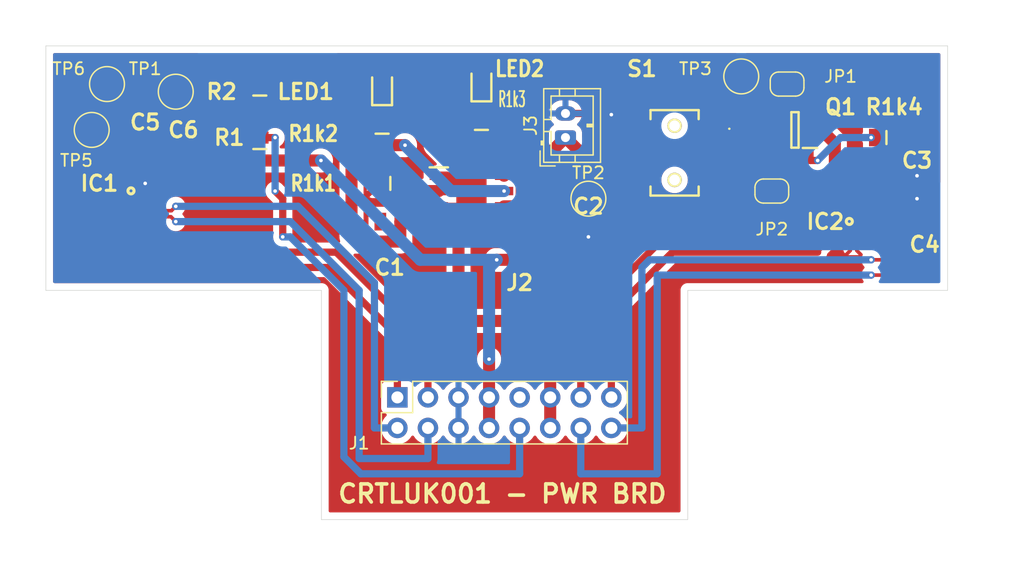
<source format=kicad_pcb>
(kicad_pcb (version 20240108) (generator "pcbnew") (generator_version "8.0")
  (layers (0 "F.Cu" signal) (31 "B.Cu" signal) (34 "B.Paste" user) (35 "F.Paste" user) (36 "B.SilkS" user "B.Silkscreen") (37 "F.SilkS" user "F.Silkscreen") (38 "B.Mask" user) (39 "F.Mask" user) (44 "Edge.Cuts" user))
  (net 0 "")
  (net 1 "5V")
  (net 2 "/PWM3")
  (net 3 "/BATT_ADC")
  (net 4 "GND")
  (net 5 "/BATT")
  (net 6 "/Motor2_A")
  (net 8 "/PWM2")
  (net 9 "/PWM4")
  (net 10 "/PWM1")
  (net 11 "/Motor2_B")
  (net 12 "/Motor1_B")
  (net 13 "/Motor1_A")
  (net 14 "Net-(J2-BAT)")
  (net 15 "Net-(J2-~{STDBY})")
  (net 16 "Net-(J2-PROG2)")
  (net 17 "Net-(J2-~{CHRG})")
  (net 18 "Net-(LED1-Pad1)")
  (net 19 "Net-(LED2-Pad1)")
  (net 20 "Net-(Q1-Pad1)")
  (net 22 "Net-(JP1-A)")
  (footprint "Library:CAPC2012X145N" (layer "F.Cu") (at 153.475 104.775)
    (property "Reference" "C2" (at 3.37 -1.27 0) (layer "F.SilkS") (effects (font (size 1.27 1.27) (thickness 0.254))))
    (property "Value" "C10uF" (hide yes))
    (pad "1" smd rect (at -0.83 0) (size 0.97 1.47) (layers "F.Cu" "F.Paste" "F.Mask") (net 14 "Net-(J2-BAT)"))
    (pad "2" smd rect (at 0.83 0) (size 0.97 1.47) (layers "F.Cu" "F.Paste" "F.Mask") (net 4 "GND"))
  )
  (footprint "Library:CAPC1005X55N" (layer "F.Cu") (at 180.975 100.965)
    (property "Reference" "C3" (at 3.175 -1.27 0) (layer "F.SilkS") (effects (font (size 1.27 1.27) (thickness 0.254))))
    (property "Value" "100nF" (hide yes))
    (pad "1" smd rect (at -0.46 0) (size 0.6 0.62) (layers "F.Cu" "F.Paste" "F.Mask") (net 5 "/BATT"))
    (pad "2" smd rect (at 0.46 0) (size 0.6 0.62) (layers "F.Cu" "F.Paste" "F.Mask") (net 4 "GND"))
  )
  (footprint "Library:SOIC127P600X175-9N" (layer "F.Cu") (at 147.125 102.87)
    (property "Reference" "J2" (at 4.005 6.985 0) (layer "F.SilkS") (effects (font (size 1.27 1.27) (thickness 0.254))))
    (property "Value" "TP4056" (hide yes))
    (fp_line (start -3.475 -2.605) (end -1.95 -2.605) (stroke (width 0.2)) (layer "F.SilkS"))
    (pad "1" smd rect (at -2.712 -1.905 90) (size 0.7 1.525) (layers "F.Cu" "F.Paste" "F.Mask") (net 4 "GND"))
    (pad "2" smd rect (at -2.712 -0.635 90) (size 0.7 1.525) (layers "F.Cu" "F.Paste" "F.Mask") (net 16 "Net-(J2-PROG2)"))
    (pad "3" smd rect (at -2.712 0.635 90) (size 0.7 1.525) (layers "F.Cu" "F.Paste" "F.Mask") (net 4 "GND"))
    (pad "4" smd rect (at -2.712 1.905 90) (size 0.7 1.525) (layers "F.Cu" "F.Paste" "F.Mask") (net 1 "5V"))
    (pad "5" smd rect (at 2.712 1.905 90) (size 0.7 1.525) (layers "F.Cu" "F.Paste" "F.Mask") (net 14 "Net-(J2-BAT)"))
    (pad "6" smd rect (at 2.712 0.635 90) (size 0.7 1.525) (layers "F.Cu" "F.Paste" "F.Mask") (net 15 "Net-(J2-~{STDBY})"))
    (pad "7" smd rect (at 2.712 -0.635 90) (size 0.7 1.525) (layers "F.Cu" "F.Paste" "F.Mask") (net 17 "Net-(J2-~{CHRG})"))
    (pad "8" smd rect (at 2.712 -1.905 90) (size 0.7 1.525) (layers "F.Cu" "F.Paste" "F.Mask") (net 1 "5V"))
    (pad "9" smd rect (at 0 0) (size 2.513 3.402) (layers "F.Cu" "F.Paste" "F.Mask") (net 4 "GND"))
  )
  (footprint "Library:SON50P200X200X80-9N" (layer "F.Cu") (at 120.235 103.62)
    (property "Reference" "IC1" (at -4.03 -2.02 0) (layer "F.SilkS") (effects (font (size 1.27 1.27) (thickness 0.254))))
    (property "Value" "DRV8837DSGT" (hide yes))
    (fp_circle (center -1.4 -1.4) (end -1.275 -1.4) (stroke (width 0.254)) (fill none) (layer "F.SilkS"))
    (pad "1" smd rect (at -1.05 -0.75 90) (size 0.3 0.7) (layers "F.Cu" "F.Paste" "F.Mask") (net 5 "/BATT"))
    (pad "2" smd rect (at -1.05 -0.25 90) (size 0.3 0.7) (layers "F.Cu" "F.Paste" "F.Mask") (net 6 "/Motor2_A"))
    (pad "3" smd rect (at -1.05 0.25 90) (size 0.3 0.7) (layers "F.Cu" "F.Paste" "F.Mask") (net 11 "/Motor2_B"))
    (pad "4" smd rect (at -1.05 0.75 90) (size 0.3 0.7) (layers "F.Cu" "F.Paste" "F.Mask") (net 4 "GND"))
    (pad "5" smd rect (at 1.05 0.75 90) (size 0.3 0.7) (layers "F.Cu" "F.Paste" "F.Mask") (net 8 "/PWM2"))
    (pad "6" smd rect (at 1.05 0.25 90) (size 0.3 0.7) (layers "F.Cu" "F.Paste" "F.Mask") (net 10 "/PWM1"))
    (pad "7" smd rect (at 1.05 -0.25 90) (size 0.3 0.7) (layers "F.Cu" "F.Paste" "F.Mask") (net 5 "/BATT"))
    (pad "8" smd rect (at 1.05 -0.75 90) (size 0.3 0.7) (layers "F.Cu" "F.Paste" "F.Mask") (net 5 "/BATT"))
    (pad "9" smd rect (at 0 0) (size 1 1.7) (layers "F.Cu" "F.Paste" "F.Mask") (net 4 "GND"))
  )
  (footprint "Library:LEDC1608X70N" (layer "F.Cu") (at 139.7 93.545 90)
    (property "Reference" "LED1" (at -0.435 -6.35 0) (layer "F.SilkS") (effects (font (size 1.27 1.27) (thickness 0.254))))
    (property "Value" "KT-0605G" (hide yes))
    (fp_line (start 0.75 -0.825) (end -1.55 -0.825) (stroke (width 0.2)) (layer "F.SilkS"))
    (fp_line (start -1.55 -0.825) (end -1.55 0.825) (stroke (width 0.2)) (layer "F.SilkS"))
    (fp_line (start -1.55 0.825) (end 0.75 0.825) (stroke (width 0.2)) (layer "F.SilkS"))
    (pad "1" smd rect (at -0.75 0 90) (size 0.9 0.95) (layers "F.Cu" "F.Paste" "F.Mask") (net 18 "Net-(LED1-Pad1)"))
    (pad "2" smd rect (at 0.75 0 90) (size 0.9 0.95) (layers "F.Cu" "F.Paste" "F.Mask") (net 1 "5V"))
  )
  (footprint "Library:SON50P200X200X80-9N" (layer "F.Cu") (at 179.925 106.16)
    (property "Reference" "IC2" (at -3.395 -1.385 0) (layer "F.SilkS") (effects (font (size 1.27 1.27) (thickness 0.254))))
    (property "Value" "DRV8837DSGT" (hide yes))
    (fp_circle (center -1.4 -1.4) (end -1.275 -1.4) (stroke (width 0.254)) (fill none) (layer "F.SilkS"))
    (pad "1" smd rect (at -1.05 -0.75 90) (size 0.3 0.7) (layers "F.Cu" "F.Paste" "F.Mask") (net 5 "/BATT"))
    (pad "2" smd rect (at -1.05 -0.25 90) (size 0.3 0.7) (layers "F.Cu" "F.Paste" "F.Mask") (net 13 "/Motor1_A"))
    (pad "3" smd rect (at -1.05 0.25 90) (size 0.3 0.7) (layers "F.Cu" "F.Paste" "F.Mask") (net 12 "/Motor1_B"))
    (pad "4" smd rect (at -1.05 0.75 90) (size 0.3 0.7) (layers "F.Cu" "F.Paste" "F.Mask") (net 4 "GND"))
    (pad "5" smd rect (at 1.05 0.75 90) (size 0.3 0.7) (layers "F.Cu" "F.Paste" "F.Mask") (net 9 "/PWM4"))
    (pad "6" smd rect (at 1.05 0.25 90) (size 0.3 0.7) (layers "F.Cu" "F.Paste" "F.Mask") (net 2 "/PWM3"))
    (pad "7" smd rect (at 1.05 -0.25 90) (size 0.3 0.7) (layers "F.Cu" "F.Paste" "F.Mask") (net 5 "/BATT"))
    (pad "8" smd rect (at 1.05 -0.75 90) (size 0.3 0.7) (layers "F.Cu" "F.Paste" "F.Mask") (net 5 "/BATT"))
    (pad "9" smd rect (at 0 0) (size 1 1.7) (layers "F.Cu" "F.Paste" "F.Mask") (net 4 "GND"))
  )
  (footprint "Library:LEDC1608X70N" (layer "F.Cu") (at 147.955 93.23 90)
    (property "Reference" "LED2" (at 1.155 3.175 0) (layer "F.SilkS") (effects (font (size 1.27 1.1) (thickness 0.254))))
    (property "Value" "KT-0603R" (hide yes))
    (fp_line (start 0.75 -0.825) (end -1.55 -0.825) (stroke (width 0.2)) (layer "F.SilkS"))
    (fp_line (start -1.55 -0.825) (end -1.55 0.825) (stroke (width 0.2)) (layer "F.SilkS"))
    (fp_line (start -1.55 0.825) (end 0.75 0.825) (stroke (width 0.2)) (layer "F.SilkS"))
    (pad "1" smd rect (at -0.75 0 90) (size 0.9 0.95) (layers "F.Cu" "F.Paste" "F.Mask") (net 19 "Net-(LED2-Pad1)"))
    (pad "2" smd rect (at 0.75 0 90) (size 0.9 0.95) (layers "F.Cu" "F.Paste" "F.Mask") (net 1 "5V"))
  )
  (footprint "Library:SOT95P280X125-3N" (layer "F.Cu") (at 174.01 97.155 180)
    (property "Reference" "Q1" (at -3.79 1.905 0) (layer "F.SilkS") (effects (font (size 1.27 1.27) (thickness 0.254))))
    (property "Value" "AO3401A" (hide yes))
    (fp_line (start 0.3 1.475) (end -0.3 1.475) (stroke (width 0.2)) (layer "F.SilkS"))
    (fp_line (start 0.3 -1.475) (end 0.3 1.475) (stroke (width 0.2)) (layer "F.SilkS"))
    (fp_line (start -0.3 1.475) (end -0.3 -1.475) (stroke (width 0.2)) (layer "F.SilkS"))
    (fp_line (start -0.3 -1.475) (end 0.3 -1.475) (stroke (width 0.2)) (layer "F.SilkS"))
    (fp_line (start -1.85 -1.5) (end -0.65 -1.5) (stroke (width 0.2)) (layer "F.SilkS"))
    (pad "1" smd rect (at -1.25 -0.95 270) (size 0.6 1.2) (layers "F.Cu" "F.Paste" "F.Mask") (net 20 "Net-(Q1-Pad1)"))
    (pad "2" smd rect (at -1.25 0.95 270) (size 0.6 1.2) (layers "F.Cu" "F.Paste" "F.Mask") (net 5 "/BATT"))
    (pad "3" smd rect (at 1.25 0 270) (size 0.6 1.2) (layers "F.Cu" "F.Paste" "F.Mask") (net 22 "Net-(JP1-A)"))
  )
  (footprint "Jumper:SolderJumper-2_P1.3mm_Open_RoundedPad1.0x1.5mm" (layer "F.Cu") (at 173.355 93.345)
    (property "Reference" "JP1" (at 4.445 -0.635 0) (layer "F.SilkS"))
    (property "Value" "SolderJumper_2_Open" (hide yes))
    (fp_line (start -1.4 0.3) (end -1.4 -0.3) (stroke (width 0.12)) (layer "F.SilkS"))
    (fp_line (start -0.7 -1) (end 0.7 -1) (stroke (width 0.12)) (layer "F.SilkS"))
    (fp_line (start 0.7 1) (end -0.7 1) (stroke (width 0.12)) (layer "F.SilkS"))
    (fp_line (start 1.4 -0.3) (end 1.4 0.3) (stroke (width 0.12)) (layer "F.SilkS"))
    (fp_arc (start -1.4 -0.3) (mid -1.194975 -0.794975) (end -0.7 -1) (stroke (width 0.12)) (layer "F.SilkS"))
    (fp_arc (start -0.7 1) (mid -1.194975 0.794975) (end -1.4 0.3) (stroke (width 0.12)) (layer "F.SilkS"))
    (fp_arc (start 0.7 -1) (mid 1.194975 -0.794975) (end 1.4 -0.3) (stroke (width 0.12)) (layer "F.SilkS"))
    (fp_arc (start 1.4 0.3) (mid 1.194975 0.794975) (end 0.7 1) (stroke (width 0.12)) (layer "F.SilkS"))
    (pad "1" smd custom (at -0.65 0) (size 1 0.5) (layers "F.Cu" "F.Mask") (net 22 "Net-(JP1-A)") (options (clearance outline) (anchor rect)) (primitives (gr_circle (center 0 0.25) (end 0.5 0.25) (width 0) (fill yes)) (gr_circle (center 0 -0.25) (end 0.5 -0.25) (width 0) (fill yes)) (gr_poly (pts (xy 0.5 0.75) (xy 0 0.75) (xy 0 -0.75) (xy 0.5 -0.75)) (width 0) (fill yes))))
    (pad "2" smd custom (at 0.65 0) (size 1 0.5) (layers "F.Cu" "F.Mask") (net 5 "/BATT") (options (clearance outline) (anchor rect)) (primitives (gr_circle (center 0 0.25) (end 0.5 0.25) (width 0) (fill yes)) (gr_circle (center 0 -0.25) (end 0.5 -0.25) (width 0) (fill yes)) (gr_poly (pts (xy 0 0.75) (xy -0.5 0.75) (xy -0.5 -0.75) (xy 0 -0.75)) (width 0) (fill yes))))
  )
  (footprint "Library:RESC2013X65N" (layer "F.Cu") (at 147.955 97.155 -90)
    (property "Reference" "R1k3" (at -2.54 -2.54 0) (layer "F.SilkS") (effects (font (size 1.27 0.6))))
    (property "Value" "1k" (hide yes))
    (fp_line (start 0 -0.538) (end 0 0.538) (stroke (width 0.2)) (layer "F.SilkS"))
    (pad "1" smd rect (at -0.95 0 270) (size 1 1.45) (layers "F.Cu" "F.Paste" "F.Mask") (net 19 "Net-(LED2-Pad1)"))
    (pad "2" smd rect (at 0.95 0 270) (size 1 1.45) (layers "F.Cu" "F.Paste" "F.Mask") (net 15 "Net-(J2-~{STDBY})"))
  )
  (footprint "TestPoint:TestPoint_Pad_D2.5mm" (layer "F.Cu") (at 115.57 97.155)
    (property "Reference" "TP5" (at -1.27 2.54 0) (layer "F.SilkS"))
    (property "Value" "BATT_Output" (hide yes))
    (fp_circle (center 0 0) (end 0 1.45) (stroke (width 0.12)) (fill none) (layer "F.SilkS"))
    (pad "1" smd circle (at 0 0) (size 2.5 2.5) (layers "F.Cu" "F.Mask") (net 5 "/BATT"))
  )
  (footprint "TestPoint:TestPoint_Pad_D2.5mm" (layer "F.Cu") (at 156.845 102.87)
    (property "Reference" "TP2" (at 0 -2.148 0) (layer "F.SilkS"))
    (property "Value" "BATT" (hide yes))
    (fp_circle (center 0 0) (end 0 1.45) (stroke (width 0.12)) (fill none) (layer "F.SilkS"))
    (pad "1" smd circle (at 0 0) (size 2.5 2.5) (layers "F.Cu" "F.Mask") (net 14 "Net-(J2-BAT)"))
  )
  (footprint "Library:RESC2013X65N" (layer "F.Cu") (at 181.61 97.79)
    (property "Reference" "R1k4" (at 0.635 -2.54 0) (layer "F.SilkS") (effects (font (size 1.27 1.27) (thickness 0.254))))
    (property "Value" "1k" (hide yes))
    (fp_line (start 0 -0.538) (end 0 0.538) (stroke (width 0.2)) (layer "F.SilkS"))
    (pad "1" smd rect (at -0.95 0) (size 1 1.45) (layers "F.Cu" "F.Paste" "F.Mask") (net 20 "Net-(Q1-Pad1)"))
    (pad "2" smd rect (at 0.95 0) (size 1 1.45) (layers "F.Cu" "F.Paste" "F.Mask") (net 4 "GND"))
  )
  (footprint "Library:CAPC1005X55N" (layer "F.Cu") (at 120.015 99.06 90)
    (property "Reference" "C5" (at 2.54 0 0) (layer "F.SilkS") (effects (font (size 1.27 1.27) (thickness 0.254))))
    (property "Value" "100nF" (hide yes))
    (pad "1" smd rect (at -0.46 0 90) (size 0.6 0.62) (layers "F.Cu" "F.Paste" "F.Mask") (net 5 "/BATT"))
    (pad "2" smd rect (at 0.46 0 90) (size 0.6 0.62) (layers "F.Cu" "F.Paste" "F.Mask") (net 4 "GND"))
  )
  (footprint "TestPoint:TestPoint_Pad_D2.5mm" (layer "F.Cu") (at 122.555 93.98)
    (property "Reference" "TP1" (at -2.54 -1.903 0) (layer "F.SilkS"))
    (property "Value" "5v" (hide yes))
    (fp_circle (center 0 0) (end 0 1.45) (stroke (width 0.12)) (fill none) (layer "F.SilkS"))
    (pad "1" smd circle (at 0 0) (size 2.5 2.5) (layers "F.Cu" "F.Mask") (net 1 "5V"))
  )
  (footprint "Library:RESC2013X65N" (layer "F.Cu") (at 140.385 101.6)
    (property "Reference" "R1k1" (at -6.4 0 0) (layer "F.SilkS") (effects (font (size 1.27 1) (thickness 0.25))))
    (property "Value" "1.5k" (hide yes))
    (fp_line (start 0 -0.538) (end 0 0.538) (stroke (width 0.2)) (layer "F.SilkS"))
    (pad "1" smd rect (at -0.95 0) (size 1 1.45) (layers "F.Cu" "F.Paste" "F.Mask") (net 4 "GND"))
    (pad "2" smd rect (at 0.95 0) (size 1 1.45) (layers "F.Cu" "F.Paste" "F.Mask") (net 16 "Net-(J2-PROG2)"))
  )
  (footprint "Library:RESC2013X65N2" (layer "F.Cu") (at 129.54 98.745 90)
    (property "Reference" "R1" (at 0.955 -2.54 0) (layer "F.SilkS") (effects (font (size 1.27 1.27) (thickness 0.254))))
    (property "Value" "R0805 1M" (hide yes))
    (fp_line (start 0 -0.538) (end 0 0.538) (stroke (width 0.2)) (layer "F.SilkS"))
    (pad "1" smd rect (at -0.95 0 90) (size 1 1.45) (layers "F.Cu" "F.Paste" "F.Mask") (net 5 "/BATT"))
    (pad "2" smd rect (at 0.95 0 90) (size 1 1.45) (layers "F.Cu" "F.Paste" "F.Mask") (net 3 "/BATT_ADC"))
  )
  (footprint "Library:MS22D28G020" (layer "F.Cu") (at 164.005 99.06 -90)
    (property "Reference" "S1" (at -6.985 2.715 0) (layer "F.SilkS") (effects (font (size 1.27 1.27) (thickness 0.254))))
    (property "Value" "MS-22D28-G020" (hide yes))
    (fp_line (start -3.55 2) (end -2.8 2) (stroke (width 0.2)) (layer "F.SilkS"))
    (fp_line (start 2.8 2) (end 3.55 2) (stroke (width 0.2)) (layer "F.SilkS"))
    (fp_line (start 3.55 2) (end 3.55 -2) (stroke (width 0.2)) (layer "F.SilkS"))
    (fp_line (start -3.55 -2) (end -3.55 2) (stroke (width 0.2)) (layer "F.SilkS"))
    (fp_line (start -2.8 -2) (end -3.55 -2) (stroke (width 0.2)) (layer "F.SilkS"))
    (fp_line (start 3.55 -2) (end 2.8 -2) (stroke (width 0.2)) (layer "F.SilkS"))
    (fp_line (start -2 -4.5) (end -2 -4.5) (stroke (width 0.1)) (layer "F.SilkS"))
    (fp_line (start -2 -4.6) (end -2 -4.6) (stroke (width 0.1)) (layer "F.SilkS"))
    (fp_arc (start -2 -4.5) (mid -2.05 -4.55) (end -2 -4.6) (stroke (width 0.1)) (layer "F.SilkS"))
    (fp_arc (start -2 -4.6) (mid -1.95 -4.55) (end -2 -4.5) (stroke (width 0.1)) (layer "F.SilkS"))
    (pad "1" smd rect (at -2 -3 270) (size 0.9 2) (layers "F.Cu" "F.Paste" "F.Mask") (net 22 "Net-(JP1-A)"))
    (pad "2" smd rect (at 0 -3 270) (size 0.9 2) (layers "F.Cu" "F.Paste" "F.Mask") (net 14 "Net-(J2-BAT)"))
    (pad "3" smd rect (at 2 -3 270) (size 0.9 2) (layers "F.Cu" "F.Paste" "F.Mask"))
    (pad "4" smd rect (at -2 3 270) (size 0.9 2) (layers "F.Cu" "F.Paste" "F.Mask") (net 22 "Net-(JP1-A)"))
    (pad "5" smd rect (at 0 3 270) (size 0.9 2) (layers "F.Cu" "F.Paste" "F.Mask") (net 14 "Net-(J2-BAT)"))
    (pad "6" smd rect (at 2 3 270) (size 0.9 2) (layers "F.Cu" "F.Paste" "F.Mask"))
    (pad "MH1" thru_hole circle (at -2.25 0) (size 1.2 1.2) (drill 0.9) (layers "*.Cu" "*.Mask" "F.SilkS"))
    (pad "MH2" thru_hole circle (at 2.25 0) (size 1.2 1.2) (drill 0.9) (layers "*.Cu" "*.Mask" "F.SilkS"))
  )
  (footprint "Library:RESC2013X65N" (layer "F.Cu") (at 139.7 97.47 -90)
    (property "Reference" "R1k2" (at 0 5.715 0) (layer "F.SilkS") (effects (font (size 1.27 1.1) (thickness 0.254))))
    (property "Value" "1k" (hide yes))
    (fp_line (start 0 -0.538) (end 0 0.538) (stroke (width 0.2)) (layer "F.SilkS"))
    (pad "1" smd rect (at -0.95 0 270) (size 1 1.45) (layers "F.Cu" "F.Paste" "F.Mask") (net 18 "Net-(LED1-Pad1)"))
    (pad "2" smd rect (at 0.95 0 270) (size 1 1.45) (layers "F.Cu" "F.Paste" "F.Mask") (net 17 "Net-(J2-~{CHRG})"))
  )
  (footprint "Library:CAPC1005X55N" (layer "F.Cu") (at 123.19 99.06 90)
    (property "Reference" "C6" (at 1.905 0 0) (layer "F.SilkS") (effects (font (size 1.27 1.27) (thickness 0.254))))
    (property "Value" "100nF" (hide yes))
    (pad "1" smd rect (at -0.46 0 90) (size 0.6 0.62) (layers "F.Cu" "F.Paste" "F.Mask") (net 5 "/BATT"))
    (pad "2" smd rect (at 0.46 0 90) (size 0.6 0.62) (layers "F.Cu" "F.Paste" "F.Mask") (net 4 "GND"))
  )
  (footprint "TestPoint:TestPoint_Pad_D2.5mm" (layer "F.Cu") (at 116.84 93.345)
    (property "Reference" "TP6" (at -3.175 -1.27 0) (layer "F.SilkS"))
    (property "Value" "GND" (hide yes))
    (fp_circle (center 0 0) (end 0 1.45) (stroke (width 0.12)) (fill none) (layer "F.SilkS"))
    (pad "1" smd circle (at 0 0) (size 2.5 2.5) (layers "F.Cu" "F.Mask") (net 4 "GND"))
  )
  (footprint "TestPoint:TestPoint_Pad_D2.5mm" (layer "F.Cu") (at 169.545 92.71)
    (property "Reference" "TP3" (at -3.81 -0.635 0) (layer "F.SilkS"))
    (property "Value" "switch" (hide yes))
    (fp_circle (center 0 0) (end 0 1.45) (stroke (width 0.12)) (fill none) (layer "F.SilkS"))
    (pad "1" smd circle (at 0 0) (size 2.5 2.5) (layers "F.Cu" "F.Mask") (net 22 "Net-(JP1-A)"))
  )
  (footprint "Connector_PinHeader_2.54mm:PinHeader_2x08_P2.54mm_Vertical" (layer "F.Cu") (at 140.97 120.38 90)
    (property "Reference" "J1" (at -2.81 -3.175 0) (layer "F.SilkS"))
    (property "Value" "2x8_Connections" (hide yes))
    (fp_line (start 2.33 -1.33) (end 1 -1.33) (stroke (width 0.12)) (layer "F.SilkS"))
    (fp_line (start -0.27 -1.33) (end -2.87 -1.33) (stroke (width 0.12)) (layer "F.SilkS"))
    (fp_line (start -2.87 -1.33) (end -2.87 19.11) (stroke (width 0.12)) (layer "F.SilkS"))
    (fp_line (start 2.33 0) (end 2.33 -1.33) (stroke (width 0.12)) (layer "F.SilkS"))
    (fp_line (start 2.33 1.27) (end -0.27 1.27) (stroke (width 0.12)) (layer "F.SilkS"))
    (fp_line (start 2.33 1.27) (end 2.33 19.11) (stroke (width 0.12)) (layer "F.SilkS"))
    (fp_line (start -0.27 1.27) (end -0.27 -1.33) (stroke (width 0.12)) (layer "F.SilkS"))
    (fp_line (start 2.33 19.11) (end -2.87 19.11) (stroke (width 0.12)) (layer "F.SilkS"))
    (pad "1" thru_hole rect (at 1 0 90) (size 1.7 1.7) (drill 1) (layers "*.Cu" "*.Mask") (net 6 "/Motor2_A"))
    (pad "2" thru_hole oval (at -1.54 0 90) (size 1.7 1.7) (drill 1) (layers "*.Cu" "*.Mask") (net 10 "/PWM1"))
    (pad "3" thru_hole oval (at 1 2.54 90) (size 1.7 1.7) (drill 1) (layers "*.Cu" "*.Mask") (net 11 "/Motor2_B"))
    (pad "4" thru_hole oval (at -1.54 2.54 90) (size 1.7 1.7) (drill 1) (layers "*.Cu" "*.Mask") (net 8 "/PWM2"))
    (pad "5" thru_hole oval (at 1 5.08 90) (size 1.7 1.7) (drill 1) (layers "*.Cu" "*.Mask") (net 4 "GND"))
    (pad "6" thru_hole oval (at -1.54 5.08 90) (size 1.7 1.7) (drill 1) (layers "*.Cu" "*.Mask") (net 4 "GND"))
    (pad "7" thru_hole oval (at 1 7.62 90) (size 1.7 1.7) (drill 1) (layers "*.Cu" "*.Mask") (net 5 "/BATT"))
    (pad "8" thru_hole oval (at -1.54 7.62 90) (size 1.7 1.7) (drill 1) (layers "*.Cu" "*.Mask") (net 5 "/BATT"))
    (pad "9" thru_hole oval (at 1 10.16 90) (size 1.7 1.7) (drill 1) (layers "*.Cu" "*.Mask"))
    (pad "10" thru_hole oval (at -1.54 10.16 90) (size 1.7 1.7) (drill 1) (layers "*.Cu" "*.Mask") (net 3 "/BATT_ADC"))
    (pad "11" thru_hole oval (at 1 12.7 90) (size 1.7 1.7) (drill 1) (layers "*.Cu" "*.Mask") (net 1 "5V"))
    (pad "12" thru_hole oval (at -1.54 12.7 90) (size 1.7 1.7) (drill 1) (layers "*.Cu" "*.Mask") (net 1 "5V"))
    (pad "13" thru_hole oval (at 1 15.24 90) (size 1.7 1.7) (drill 1) (layers "*.Cu" "*.Mask") (net 13 "/Motor1_A"))
    (pad "14" thru_hole oval (at -1.54 15.24 90) (size 1.7 1.7) (drill 1) (layers "*.Cu" "*.Mask") (net 2 "/PWM3"))
    (pad "15" thru_hole oval (at 1 17.78 90) (size 1.7 1.7) (drill 1) (layers "*.Cu" "*.Mask") (net 12 "/Motor1_B"))
    (pad "16" thru_hole oval (at -1.54 17.78 90) (size 1.7 1.7) (drill 1) (layers "*.Cu" "*.Mask") (net 9 "/PWM4"))
  )
  (footprint "Library:CAPC1005X55N" (layer "F.Cu") (at 183.515 103.505)
    (property "Reference" "C4" (at 1.27 3.175 0) (layer "F.SilkS") (effects (font (size 1.27 1.27) (thickness 0.254))))
    (property "Value" "100nF" (hide yes))
    (pad "1" smd rect (at -0.46 0) (size 0.6 0.62) (layers "F.Cu" "F.Paste" "F.Mask") (net 5 "/BATT"))
    (pad "2" smd rect (at 0.46 0) (size 0.6 0.62) (layers "F.Cu" "F.Paste" "F.Mask") (net 4 "GND"))
  )
  (footprint "Library:CAPC2012X145N" (layer "F.Cu") (at 140.385 104.775 180)
    (property "Reference" "C1" (at 0.05 -3.81 0) (layer "F.SilkS") (effects (font (size 1.27 1.27) (thickness 0.254))))
    (property "Value" "C10uF" (hide yes))
    (pad "1" smd rect (at -0.83 0 180) (size 0.97 1.47) (layers "F.Cu" "F.Paste" "F.Mask") (net 1 "5V"))
    (pad "2" smd rect (at 0.83 0 180) (size 0.97 1.47) (layers "F.Cu" "F.Paste" "F.Mask") (net 4 "GND"))
  )
  (footprint "Jumper:SolderJumper-2_P1.3mm_Open_RoundedPad1.0x1.5mm" (layer "F.Cu") (at 172.085 102.235 180)
    (property "Reference" "JP2" (at 0 -3.175 180) (layer "F.SilkS"))
    (property "Value" "SolderJumper_2_Open" (hide yes))
    (fp_line (start 1.4 -0.3) (end 1.4 0.3) (stroke (width 0.12)) (layer "F.SilkS"))
    (fp_line (start 0.7 1) (end -0.7 1) (stroke (width 0.12)) (layer "F.SilkS"))
    (fp_line (start -0.7 -1) (end 0.7 -1) (stroke (width 0.12)) (layer "F.SilkS"))
    (fp_line (start -1.4 0.3) (end -1.4 -0.3) (stroke (width 0.12)) (layer "F.SilkS"))
    (fp_arc (start 1.4 0.3) (mid 1.194975 0.794975) (end 0.7 1) (stroke (width 0.12)) (layer "F.SilkS"))
    (fp_arc (start 0.7 -1) (mid 1.194975 -0.794975) (end 1.4 -0.3) (stroke (width 0.12)) (layer "F.SilkS"))
    (fp_arc (start -0.7 1) (mid -1.194975 0.794975) (end -1.4 0.3) (stroke (width 0.12)) (layer "F.SilkS"))
    (fp_arc (start -1.4 -0.3) (mid -1.194975 -0.794975) (end -0.7 -1) (stroke (width 0.12)) (layer "F.SilkS"))
    (pad "1" smd custom (at -0.65 0 180) (size 1 0.5) (layers "F.Cu" "F.Mask") (net 22 "Net-(JP1-A)") (options (clearance outline) (anchor rect)) (primitives (gr_circle (center 0 0.25) (end 0.5 0.25) (width 0) (fill yes)) (gr_circle (center 0 -0.25) (end 0.5 -0.25) (width 0) (fill yes)) (gr_poly (pts (xy 0.5 0.75) (xy 0 0.75) (xy 0 -0.75) (xy 0.5 -0.75)) (width 0) (fill yes))))
    (pad "2" smd custom (at 0.65 0 180) (size 1 0.5) (layers "F.Cu" "F.Mask") (net 14 "Net-(J2-BAT)") (options (clearance outline) (anchor rect)) (primitives (gr_circle (center 0 0.25) (end 0.5 0.25) (width 0) (fill yes)) (gr_circle (center 0 -0.25) (end 0.5 -0.25) (width 0) (fill yes)) (gr_poly (pts (xy 0 0.75) (xy -0.5 0.75) (xy -0.5 -0.75) (xy 0 -0.75)) (width 0) (fill yes))))
  )
  (footprint "Connector_JST:JST_PH_B2B-PH-K_1x02_P2.00mm_Vertical" (layer "F.Cu") (at 154.94 97.79 90)
    (property "Reference" "J3" (at 1 -2.9 -90) (layer "F.SilkS"))
    (property "Value" "Conn_01x02" (hide yes))
    (fp_line (start -1.11 -2.11) (end -2.36 -2.11) (stroke (width 0.12)) (layer "F.SilkS"))
    (fp_line (start -2.36 -2.11) (end -2.36 -0.86) (stroke (width 0.12)) (layer "F.SilkS"))
    (fp_line (start -0.3 -2.01) (end -0.6 -2.01) (stroke (width 0.12)) (layer "F.SilkS"))
    (fp_line (start -0.6 -2.01) (end -0.6 -1.81) (stroke (width 0.12)) (layer "F.SilkS"))
    (fp_line (start -0.3 -1.91) (end -0.6 -1.91) (stroke (width 0.12)) (layer "F.SilkS"))
    (fp_line (start 4.06 -1.81) (end -2.06 -1.81) (stroke (width 0.12)) (layer "F.SilkS"))
    (fp_line (start 0.5 -1.81) (end 0.5 -1.2) (stroke (width 0.12)) (layer "F.SilkS"))
    (fp_line (start -0.3 -1.81) (end -0.3 -2.01) (stroke (width 0.12)) (layer "F.SilkS"))
    (fp_line (start -2.06 -1.81) (end -2.06 2.91) (stroke (width 0.12)) (layer "F.SilkS"))
    (fp_line (start 3.45 -1.2) (end 1.5 -1.2) (stroke (width 0.12)) (layer "F.SilkS"))
    (fp_line (start 1.5 -1.2) (end 1.5 -1.81) (stroke (width 0.12)) (layer "F.SilkS"))
    (fp_line (start 0.5 -1.2) (end -1.45 -1.2) (stroke (width 0.12)) (layer "F.SilkS"))
    (fp_line (start -1.45 -1.2) (end -1.45 2.3) (stroke (width 0.12)) (layer "F.SilkS"))
    (fp_line (start 4.06 -0.5) (end 3.45 -0.5) (stroke (width 0.12)) (layer "F.SilkS"))
    (fp_line (start -2.06 -0.5) (end -1.45 -0.5) (stroke (width 0.12)) (layer "F.SilkS"))
    (fp_line (start 4.06 0.8) (end 3.45 0.8) (stroke (width 0.12)) (layer "F.SilkS"))
    (fp_line (start -2.06 0.8) (end -1.45 0.8) (stroke (width 0.12)) (layer "F.SilkS"))
    (fp_line (start 1.1 1.8) (end 1.1 2.3) (stroke (width 0.12)) (layer "F.SilkS"))
    (fp_line (start 0.9 1.8) (end 1.1 1.8) (stroke (width 0.12)) (layer "F.SilkS"))
    (fp_line (start 3.45 2.3) (end 3.45 -1.2) (stroke (width 0.12)) (layer "F.SilkS"))
    (fp_line (start 1 2.3) (end 1 1.8) (stroke (width 0.12)) (layer "F.SilkS"))
    (fp_line (start 0.9 2.3) (end 0.9 1.8) (stroke (width 0.12)) (layer "F.SilkS"))
    (fp_line (start -1.45 2.3) (end 3.45 2.3) (stroke (width 0.12)) (layer "F.SilkS"))
    (fp_line (start 4.06 2.91) (end 4.06 -1.81) (stroke (width 0.12)) (layer "F.SilkS"))
    (fp_line (start -2.06 2.91) (end 4.06 2.91) (stroke (width 0.12)) (layer "F.SilkS"))
    (pad "1" thru_hole roundrect (at 0 0 90) (size 1.2 1.75) (drill 0.75) (layers "*.Cu" "*.Mask") (roundrect_rratio 0.208333) (net 14 "Net-(J2-BAT)"))
    (pad "2" thru_hole oval (at 2 0 90) (size 1.2 1.75) (drill 0.75) (layers "*.Cu" "*.Mask") (net 4 "GND"))
  )
  (footprint "Library:RESC2013X65N2" (layer "F.Cu") (at 129.54 94.3 90)
    (property "Reference" "R2" (at 0.32 -3.175 0) (layer "F.SilkS") (effects (font (size 1.27 1.27) (thickness 0.254))))
    (property "Value" "R0805 1M" (hide yes))
    (fp_line (start 0 -0.538) (end 0 0.538) (stroke (width 0.2)) (layer "F.SilkS"))
    (pad "1" smd rect (at -0.95 0 90) (size 1 1.45) (layers "F.Cu" "F.Paste" "F.Mask") (net 3 "/BATT_ADC"))
    (pad "2" smd rect (at 0.95 0 90) (size 1 1.45) (layers "F.Cu" "F.Paste" "F.Mask") (net 4 "GND"))
  )
  (gr_line (start 134.66 110.49) (end 111.76 110.49) (stroke (width 0.05)) (layer "Edge.Cuts"))
  (gr_line (start 134.66 129.54) (end 134.66 110.49) (stroke (width 0.05)) (layer "Edge.Cuts"))
  (gr_line (start 165.1 110.49) (end 186.69 110.49) (stroke (width 0.05)) (layer "Edge.Cuts"))
  (gr_line (start 134.66 129.54) (end 165.1 129.54) (stroke (width 0.05)) (layer "Edge.Cuts"))
  (gr_line (start 165.1 129.54) (end 165.1 110.49) (stroke (width 0.05)) (layer "Edge.Cuts"))
  (gr_line (start 111.76 90.17) (end 186.69 90.17) (stroke (width 0.05)) (layer "Edge.Cuts"))
  (gr_line (start 186.69 90.17) (end 186.69 110.49) (stroke (width 0.05)) (layer "Edge.Cuts"))
  (gr_line (start 111.76 110.49) (end 111.76 90.17) (stroke (width 0.05)) (layer "Edge.Cuts"))
  (gr_text "CRTLUK001 - PWR BRD" (at 135.89 128.27 0) (layer "F.SilkS") (effects (font (size 1.5 1.5) (thickness 0.3) (bold yes)) (justify left bottom)))
  (segment (start 137.16 93.86) (end 137.4175 93.6025) (width 1) (layer "F.Cu") (net 1))
  (segment (start 153.67 121.92) (end 153.67 119.38) (width 1) (layer "F.Cu") (net 1))
  (segment (start 153.67 119.38) (end 153.67 113.03) (width 1) (layer "F.Cu") (net 1))
  (segment (start 146.05 113.03) (end 146.05 106.412) (width 1) (layer "F.Cu") (net 1))
  (segment (start 146.05 106.412) (end 144.413 104.775) (width 1) (layer "F.Cu") (net 1))
  (segment (start 125.095 91.44) (end 122.555 93.98) (width 0.6) (layer "F.Cu") (net 1))
  (segment (start 147.955 92.48) (end 144.145 92.48) (width 1) (layer "F.Cu") (net 1))
  (segment (start 144.145 98.425) (end 144.145 92.48) (width 1) (layer "F.Cu") (net 1))
  (segment (start 149.837 100.965) (end 149.202 100.33) (width 1) (layer "F.Cu") (net 1))
  (segment (start 141.215 106.435) (end 137.55 106.435) (width 1) (layer "F.Cu") (net 1))
  (segment (start 138.225 92.795) (end 139.7 92.795) (width 1) (layer "F.Cu") (net 1))
  (segment (start 144.145 92.48) (end 140.015 92.48) (width 1) (layer "F.Cu") (net 1))
  (segment (start 144.413 104.775) (end 141.215 104.775) (width 1) (layer "F.Cu") (net 1))
  (segment (start 137.4175 93.6025) (end 135.255 91.44) (width 0.6) (layer "F.Cu") (net 1))
  (segment (start 135.255 91.44) (end 125.095 91.44) (width 0.6) (layer "F.Cu") (net 1))
  (segment (start 153.67 113.03) (end 146.05 113.03) (width 1) (layer "F.Cu") (net 1))
  (segment (start 137.16 106.045) (end 137.16 93.86) (width 1) (layer "F.Cu") (net 1))
  (segment (start 140.015 92.48) (end 139.7 92.795) (width 1) (layer "F.Cu") (net 1))
  (segment (start 149.202 100.33) (end 146.05 100.33) (width 1) (layer "F.Cu") (net 1))
  (segment (start 141.215 104.775) (end 141.215 106.435) (width 1) (layer "F.Cu") (net 1))
  (segment (start 137.55 106.435) (end 137.16 106.045) (width 1) (layer "F.Cu") (net 1))
  (segment (start 137.4175 93.6025) (end 138.225 92.795) (width 1) (layer "F.Cu") (net 1))
  (segment (start 146.05 100.33) (end 144.145 98.425) (width 1) (layer "F.Cu") (net 1))
  (segment (start 183.245 106.41) (end 183.245 108.855) (width 0.3) (layer "F.Cu") (net 2))
  (segment (start 182.88 109.22) (end 180.34 109.22) (width 0.3) (layer "F.Cu") (net 2))
  (segment (start 180.975 106.41) (end 183.245 106.41) (width 0.3) (layer "F.Cu") (net 2))
  (segment (start 183.245 108.855) (end 182.88 109.22) (width 0.3) (layer "F.Cu") (net 2))
  (via (at 180.34 109.22) (size 0.6) (drill 0.3) (layers "F.Cu" "B.Cu") (net 2))
  (segment (start 162.56 109.22) (end 180.34 109.22) (width 0.6) (layer "B.Cu") (net 2))
  (segment (start 156.21 121.92) (end 156.21 125.73) (width 0.6) (layer "B.Cu") (net 2))
  (segment (start 162.56 125.73) (end 162.56 109.22) (width 0.6) (layer "B.Cu") (net 2))
  (segment (start 156.21 125.73) (end 162.56 125.73) (width 0.6) (layer "B.Cu") (net 2))
  (segment (start 129.54 97.795) (end 130.805 97.795) (width 0.6) (layer "F.Cu") (net 3))
  (segment (start 129.54 97.795) (end 129.54 95.25) (width 0.4) (layer "F.Cu") (net 3))
  (segment (start 131.445 102.87) (end 130.81 102.235) (width 0.6) (layer "F.Cu") (net 3))
  (segment (start 131.445 106.045) (end 131.445 102.87) (width 0.6) (layer "F.Cu") (net 3))
  (segment (start 130.805 97.795) (end 130.81 97.79) (width 0.6) (layer "F.Cu") (net 3))
  (via (at 130.81 97.79) (size 0.6) (drill 0.3) (layers "F.Cu" "B.Cu") (net 3))
  (via (at 130.81 102.235) (size 0.6) (drill 0.3) (layers "F.Cu" "B.Cu") (net 3))
  (via (at 131.445 106.045) (size 0.6) (drill 0.3) (layers "F.Cu" "B.Cu") (net 3))
  (segment (start 151.13 125.73) (end 137.933629 125.73) (width 0.6) (layer "B.Cu") (net 3))
  (segment (start 132.08 106.045) (end 131.445 106.045) (width 0.6) (layer "B.Cu") (net 3))
  (segment (start 130.81 102.235) (end 130.81 97.79) (width 0.6) (layer "B.Cu") (net 3))
  (segment (start 136.525 124.321371) (end 136.525 110.49) (width 0.6) (layer "B.Cu") (net 3))
  (segment (start 151.13 121.92) (end 151.13 125.73) (width 0.6) (layer "B.Cu") (net 3))
  (segment (start 136.525 110.49) (end 132.08 106.045) (width 0.6) (layer "B.Cu") (net 3))
  (segment (start 137.933629 125.73) (end 136.525 124.321371) (width 0.6) (layer "B.Cu") (net 3))
  (segment (start 148.634 106.68) (end 147.125 105.171) (width 0.6) (layer "F.Cu") (net 4))
  (segment (start 146.49 103.505) (end 144.413 103.505) (width 0.6) (layer "F.Cu") (net 4))
  (segment (start 179.925 104.555) (end 180.315 104.165) (width 0.3) (layer "F.Cu") (net 4))
  (segment (start 154.305 106.11) (end 153.735 106.68) (width 0.6) (layer "F.Cu") (net 4))
  (segment (start 183.925 104.165) (end 183.975 104.115) (width 0.3) (layer "F.Cu") (net 4))
  (segment (start 184.15 103.33) (end 183.975 103.505) (width 0.6) (layer "F.Cu") (net 4))
  (segment (start 153.735 106.68) (end 148.634 106.68) (width 0.6) (layer "F.Cu") (net 4))
  (segment (start 180.315 104.165) (end 183.925 104.165) (width 0.3) (layer "F.Cu") (net 4))
  (segment (start 181.435 100.965) (end 184.15 100.965) (width 0.6) (layer "F.Cu") (net 4))
  (segment (start 120.235 104.02) (end 120.015 104.24) (width 0.3) (layer "F.Cu") (net 4))
  (segment (start 145.22 100.965) (end 147.125 102.87) (width 0.6) (layer "F.Cu") (net 4))
  (segment (start 179.575 106.91) (end 179.925 106.56) (width 0.3) (layer "F.Cu") (net 4))
  (segment (start 120.235 103.62) (end 120.235 101.82) (width 0.4) (layer "F.Cu") (net 4))
  (segment (start 179.925 106.56) (end 179.925 106.16) (width 0.3) (layer "F.Cu") (net 4))
  (segment (start 154.94 95.79) (end 158.655 95.79) (width 0.6) (layer "F.Cu") (net 4))
  (segment (start 120.235 104.02) (end 120.235 103.62) (width 0.3) (layer "F.Cu") (net 4))
  (segment (start 154.305 104.775) (end 154.305 106.11) (width 0.6) (layer "F.Cu") (net 4))
  (segment (start 184.15 102.87) (end 184.15 103.33) (width 0.6) (layer "F.Cu") (net 4))
  (segment (start 178.875 106.91) (end 179.575 106.91) (width 0.3) (layer "F.Cu") (net 4))
  (segment (start 144.413 100.965) (end 145.22 100.965) (width 0.6) (layer "F.Cu") (net 4))
  (segment (start 147.125 102.87) (end 146.49 103.505) (width 0.6) (layer "F.Cu") (net 4))
  (segment (start 147.125 105.171) (end 147.125 102.87) (width 0.6) (layer "F.Cu") (net 4))
  (segment (start 179.925 106.16) (end 179.925 104.555) (width 0.3) (layer "F.Cu") (net 4))
  (segment (start 120.235 101.82) (end 120.015 101.6) (width 0.4) (layer "F.Cu") (net 4))
  (segment (start 119.885 104.37) (end 120.235 104.02) (width 0.3) (layer "F.Cu") (net 4))
  (segment (start 119.185 104.37) (end 119.885 104.37) (width 0.3) (layer "F.Cu") (net 4))
  (segment (start 183.975 104.115) (end 183.975 103.505) (width 0.3) (layer "F.Cu") (net 4))
  (segment (start 158.655 95.79) (end 158.75 95.885) (width 0.6) (layer "F.Cu") (net 4))
  (via (at 158.75 95.885) (size 0.6) (drill 0.3) (layers "F.Cu" "B.Cu") (net 4))
  (via (at 184.15 102.87) (size 0.6) (drill 0.3) (layers "F.Cu" "B.Cu") (net 4))
  (via (at 120.015 101.6) (size 0.6) (drill 0.3) (layers "F.Cu" "B.Cu") (net 4))
  (via (at 184.15 100.965) (size 0.6) (drill 0.3) (layers "F.Cu" "B.Cu") (net 4))
  (via (at 156.845 106.045) (size 0.6) (drill 0.3) (layers "F.Cu" "B.Cu") (net 4))
  (segment (start 184.15 100.965) (end 184.15 102.87) (width 0.6) (layer "B.Cu") (net 4))
  (segment (start 160.02 106.68) (end 158.75 107.95) (width 1) (layer "F.Cu") (net 5))
  (segment (start 180.3575 100.8075) (end 180.435 100.885) (width 1) (layer "F.Cu") (net 5))
  (segment (start 177.3225 100.8075) (end 173.99 104.14) (width 1) (layer "F.Cu") (net 5))
  (segment (start 148.59 119.38) (end 148.59 116.205) (width 1) (layer "F.Cu") (net 5))
  (segment (start 123.19 99.52) (end 120.015 99.52) (width 0.6) (layer "F.Cu") (net 5))
  (segment (start 180.515 101.875) (end 182.145 103.505) (width 0.6) (layer "F.Cu") (net 5))
  (segment (start 115.57 97.155) (end 118.94 100.525) (width 0.6) (layer "F.Cu") (net 5))
  (segment (start 158.75 107.95) (end 149.225 107.95) (width 1) (layer "F.Cu") (net 5))
  (segment (start 185.42 105.41) (end 185.42 102.235) (width 0.6) (layer "F.Cu") (net 5))
  (segment (start 174.005 93.345) (end 175.26 94.6) (width 1) (layer "F.Cu") (net 5))
  (segment (start 177.3225 100.8075) (end 180.3575 100.8075) (width 1) (layer "F.Cu") (net 5))
  (segment (start 177.3225 98.2675) (end 177.3225 100.8075) (width 1) (layer "F.Cu") (net 5))
  (segment (start 180.515 100.965) (end 180.515 101.875) (width 0.6) (layer "F.Cu") (net 5))
  (segment (start 134.62 99.695) (end 129.54 99.695) (width 1) (layer "F.Cu") (net 5))
  (segment (start 120.015 99.52) (end 120.015 99.695) (width 0.4) (layer "F.Cu") (net 5))
  (segment (start 120.015 99.695) (end 119.185 100.525) (width 0.6) (layer "F.Cu") (net 5))
  (segment (start 185.1525 101.9675) (end 180.6075 101.9675) (width 0.6) (layer "F.Cu") (net 5))
  (segment (start 180.435 100.885) (end 180.435 100.965) (width 1) (layer "F.Cu") (net 5))
  (segment (start 175.26 96.205) (end 177.3225 98.2675) (width 1) (layer "F.Cu") (net 5))
  (segment (start 178.875 103.515) (end 178.875 105.26) (width 0.6) (layer "F.Cu") (net 5))
  (segment (start 121.285 102.87) (end 121.285 100.79) (width 0.6) (layer "F.Cu") (net 5))
  (segment (start 127.815 99.695) (end 127.64 99.52) (width 0.6) (layer "F.Cu") (net 5))
  (segment (start 127.64 99.52) (end 123.19 99.52) (width 0.6) (layer "F.Cu") (net 5))
  (segment (start 129.54 99.695) (end 127.815 99.695) (width 1) (layer "F.Cu") (net 5))
  (segment (start 173.99 104.14) (end 160.02 104.14) (width 1) (layer "F.Cu") (net 5))
  (segment (start 185.42 102.235) (end 185.1525 101.9675) (width 0.6) (layer "F.Cu") (net 5))
  (segment (start 119.185 100.525) (end 119.185 102.72) (width 0.6) (layer "F.Cu") (net 5))
  (segment (start 160.02 104.14) (end 160.02 106.68) (width 1) (layer "F.Cu") (net 5))
  (segment (start 121.285 100.79) (end 120.015 99.52) (width 0.6) (layer "F.Cu") (net 5))
  (segment (start 121.285 102.87) (end 121.285 103.22) (width 0.6) (layer "F.Cu") (net 5))
  (segment (start 180.975 105.41) (end 185.42 105.41) (width 0.6) (layer "F.Cu") (net 5))
  (segment (start 180.975 105.41) (end 180.975 105.76) (width 0.6) (layer "F.Cu") (net 5))
  (segment (start 118.94 100.525) (end 119.185 100.525) (width 0.6) (layer "F.Cu") (net 5))
  (segment (start 182.145 103.505) (end 183.055 103.505) (width 0.6) (layer "F.Cu") (net 5))
  (segment (start 175.26 94.6) (end 175.26 96.205) (width 1) (layer "F.Cu") (net 5))
  (segment (start 148.59 121.92) (end 148.59 119.38) (width 1) (layer "F.Cu") (net 5))
  (segment (start 180.515 101.875) (end 178.875 103.515) (width 0.6) (layer "F.Cu") (net 5))
  (via (at 148.59 116.205) (size 0.6) (drill 0.3) (layers "F.Cu" "B.Cu") (net 5))
  (via (at 134.62 99.695) (size 0.6) (drill 0.3) (layers "F.Cu" "B.Cu") (net 5))
  (via (at 149.225 107.95) (size 0.6) (drill 0.3) (layers "F.Cu" "B.Cu") (net 5))
  (segment (start 142.875 107.95) (end 134.62 99.695) (width 1) (layer "B.Cu") (net 5))
  (segment (start 149.225 107.95) (end 142.875 107.95) (width 1) (layer "B.Cu") (net 5))
  (segment (start 148.59 108.585) (end 149.225 107.95) (width 1) (layer "B.Cu") (net 5))
  (segment (start 148.59 116.205) (end 148.59 108.585) (width 1) (layer "B.Cu") (net 5))
  (segment (start 140.97 114.3) (end 135.255 108.585) (width 0.6) (layer "F.Cu") (net 6))
  (segment (start 119.185 103.37) (end 116.34 103.37) (width 0.3) (layer "F.Cu") (net 6))
  (segment (start 135.255 108.585) (end 116.205 108.585) (width 0.6) (layer "F.Cu") (net 6))
  (segment (start 116.34 103.37) (end 116.205 103.505) (width 0.3) (layer "F.Cu") (net 6))
  (segment (start 116.205 108.585) (end 116.205 103.505) (width 0.6) (layer "F.Cu") (net 6))
  (segment (start 140.97 119.38) (end 140.97 114.3) (width 0.6) (layer "F.Cu") (net 6))
  (segment (start 121.285 104.37) (end 122.15 104.37) (width 0.3) (layer "F.Cu") (net 8))
  (segment (start 122.15 104.37) (end 122.555 104.775) (width 0.3) (layer "F.Cu") (net 8))
  (via (at 122.555 104.775) (size 0.6) (drill 0.3) (layers "F.Cu" "B.Cu") (net 8))
  (segment (start 132.08 104.775) (end 137.795 110.49) (width 0.6) (layer "B.Cu") (net 8))
  (segment (start 137.795 124.46) (end 143.51 124.46) (width 0.6) (layer "B.Cu") (net 8))
  (segment (start 143.51 124.46) (end 143.51 121.92) (width 0.6) (layer "B.Cu") (net 8))
  (segment (start 137.795 110.49) (end 137.795 124.46) (width 0.6) (layer "B.Cu") (net 8))
  (segment (start 122.555 104.775) (end 132.08 104.775) (width 0.6) (layer "B.Cu") (net 8))
  (segment (start 182.65 106.91) (end 182.745 107.005) (width 0.3) (layer "F.Cu") (net 9))
  (segment (start 182.745 107.005) (end 182.745 107.95) (width 0.3) (layer "F.Cu") (net 9))
  (segment (start 182.745 107.95) (end 180.34 107.95) (width 0.3) (layer "F.Cu") (net 9))
  (segment (start 180.975 106.91) (end 182.65 106.91) (width 0.3) (layer "F.Cu") (net 9))
  (via (at 180.34 107.95) (size 0.6) (drill 0.3) (layers "F.Cu" "B.Cu") (net 9))
  (segment (start 158.75 121.92) (end 161.29 121.92) (width 0.6) (layer "B.Cu") (net 9))
  (segment (start 161.29 108.585) (end 161.925 107.95) (width 0.6) (layer "B.Cu") (net 9))
  (segment (start 161.29 121.92) (end 161.29 108.585) (width 0.6) (layer "B.Cu") (net 9))
  (segment (start 161.925 107.95) (end 180.34 107.95) (width 0.6) (layer "B.Cu") (net 9))
  (segment (start 121.285 103.87) (end 122.19 103.87) (width 0.3) (layer "F.Cu") (net 10))
  (segment (start 122.19 103.87) (end 122.555 103.505) (width 0.3) (layer "F.Cu") (net 10))
  (via (at 122.555 103.505) (size 0.6) (drill 0.3) (layers "F.Cu" "B.Cu") (net 10))
  (segment (start 139.065 121.92) (end 140.97 121.92) (width 0.6) (layer "B.Cu") (net 10))
  (segment (start 122.555 103.505) (end 132.715 103.505) (width 0.6) (layer "B.Cu") (net 10))
  (segment (start 139.065 109.855) (end 139.065 121.92) (width 0.6) (layer "B.Cu") (net 10))
  (segment (start 132.715 103.505) (end 139.065 109.855) (width 0.6) (layer "B.Cu") (net 10))
  (segment (start 143.51 118.745) (end 143.51 119.38) (width 0.6) (layer "F.Cu") (net 11))
  (segment (start 143.51 119.38) (end 143.51 114.935) (width 0.6) (layer "F.Cu") (net 11))
  (segment (start 119.185 103.87) (end 117.745 103.87) (width 0.3) (layer "F.Cu") (net 11))
  (segment (start 143.51 114.935) (end 135.89 107.315) (width 0.6) (layer "F.Cu") (net 11))
  (segment (start 117.745 103.87) (end 117.475 104.14) (width 0.3) (layer "F.Cu") (net 11))
  (segment (start 135.89 107.315) (end 118.91 107.315) (width 0.6) (layer "F.Cu") (net 11))
  (segment (start 117.475 107.315) (end 117.475 106.68) (width 0.6) (layer "F.Cu") (net 11))
  (segment (start 117.475 106.68) (end 117.475 104.14) (width 0.6) (layer "F.Cu") (net 11))
  (segment (start 118.91 107.315) (end 117.475 107.315) (width 0.6) (layer "F.Cu") (net 11))
  (segment (start 178.875 106.41) (end 176.8 106.41) (width 0.3) (layer "F.Cu") (net 12))
  (segment (start 163.83 107.315) (end 175.895 107.315) (width 0.6) (layer "F.Cu") (net 12))
  (segment (start 158.75 119.38) (end 158.75 112.395) (width 0.6) (layer "F.Cu") (net 12))
  (segment (start 176.8 106.41) (end 175.895 107.315) (width 0.3) (layer "F.Cu") (net 12))
  (segment (start 158.75 112.395) (end 163.83 107.315) (width 0.6) (layer "F.Cu") (net 12))
  (segment (start 176.03 105.91) (end 175.895 106.045) (width 0.3) (layer "F.Cu") (net 13))
  (segment (start 162.725 106.515) (end 175.425 106.515) (width 0.6) (layer "F.Cu") (net 13))
  (segment (start 178.875 105.91) (end 176.03 105.91) (width 0.3) (layer "F.Cu") (net 13))
  (segment (start 156.21 113.03) (end 162.725 106.515) (width 0.6) (layer "F.Cu") (net 13))
  (segment (start 175.425 106.515) (end 175.895 106.045) (width 0.6) (layer "F.Cu") (net 13))
  (segment (start 156.21 119.38) (end 156.21 113.03) (width 0.6) (layer "F.Cu") (net 13))
  (segment (start 152.645 100.085) (end 154.94 97.79) (width 1) (layer "F.Cu") (net 14))
  (segment (start 167.005 99.06) (end 168.26 99.06) (width 1) (layer "F.Cu") (net 14))
  (segment (start 156.845 102.87) (end 156.845 99.695) (width 0.6) (layer "F.Cu") (net 14))
  (segment (start 168.26 99.06) (end 171.435 102.235) (width 1) (layer "F.Cu") (net 14))
  (segment (start 154.94 97.79) (end 156.21 99.06) (width 1) (layer "F.Cu") (net 14))
  (segment (start 149.837 104.775) (end 152.645 104.775) (width 1) (layer "F.Cu") (net 14))
  (segment (start 161.005 99.06) (end 167.005 99.06) (width 1) (layer "F.Cu") (net 14))
  (segment (start 160.37 98.425) (end 161.005 99.06) (width 1) (layer "F.Cu") (net 14))
  (segment (start 156.21 99.06) (end 161.005 99.06) (width 1) (layer "F.Cu") (net 14))
  (segment (start 156.845 99.695) (end 156.21 99.06) (width 0.6) (layer "F.Cu") (net 14))
  (segment (start 152.645 104.775) (end 152.645 100.085) (width 1) (layer "F.Cu") (net 14))
  (segment (start 149.54 98.105) (end 147.955 98.105) (width 1) (layer "F.Cu") (net 15))
  (segment (start 151.2995 99.8645) (end 149.54 98.105) (width 1) (layer "F.Cu") (net 15))
  (segment (start 151.2995 103.285) (end 151.2995 99.8645) (width 1) (layer "F.Cu") (net 15))
  (segment (start 149.837 103.505) (end 151.0795 103.505) (width 1) (layer "F.Cu") (net 15))
  (segment (start 151.0795 103.505) (end 151.2995 103.285) (width 1) (layer "F.Cu") (net 15))
  (segment (start 141.97 102.235) (end 141.335 101.6) (width 1) (layer "F.Cu") (net 16))
  (segment (start 144.413 102.235) (end 141.97 102.235) (width 1) (layer "F.Cu") (net 16))
  (segment (start 141.6 98.42) (end 141.605 98.425) (width 1) (layer "F.Cu") (net 17))
  (segment (start 139.7 98.42) (end 141.6 98.42) (width 1) (layer "F.Cu") (net 17))
  (via (at 149.837 102.235) (size 0.6) (drill 0.3) (layers "F.Cu" "B.Cu") (net 17))
  (via (at 141.605 98.425) (size 0.6) (drill 0.3) (layers "F.Cu" "B.Cu") (net 17))
  (segment (start 141.605 98.425) (end 145.415 102.235) (width 1) (layer "B.Cu") (net 17))
  (segment (start 145.415 102.235) (end 149.837 102.235) (width 1) (layer "B.Cu") (net 17))
  (segment (start 139.7 94.295) (end 139.7 96.52) (width 1) (layer "F.Cu") (net 18))
  (segment (start 147.955 93.98) (end 147.955 96.205) (width 1) (layer "F.Cu") (net 19))
  (segment (start 175.26 99.695) (end 175.26 98.105) (width 0.6) (layer "F.Cu") (net 20))
  (segment (start 175.895 99.695) (end 175.26 99.695) (width 0.6) (layer "F.Cu") (net 20))
  (segment (start 175.436371 98.105) (end 175.26 98.105) (width 0.6) (layer "F.Cu") (net 20))
  (via (at 180.34 97.79) (size 0.6) (drill 0.3) (layers "F.Cu" "B.Cu") (net 20))
  (via (at 175.895 99.695) (size 0.6) (drill 0.3) (layers "F.Cu" "B.Cu") (net 20))
  (segment (start 180.34 97.79) (end 177.8 97.79) (width 0.6) (layer "B.Cu") (net 20))
  (segment (start 177.8 97.79) (end 175.895 99.695) (width 0.6) (layer "B.Cu") (net 20))
  (segment (start 167.575 93.345) (end 166.655 94.265) (width 0.6) (layer "F.Cu") (net 22))
  (segment (start 168.91 93.345) (end 167.575 93.345) (width 0.6) (layer "F.Cu") (net 22))
  (segment (start 167.005 97.06) (end 172.665 97.06) (width 1) (layer "F.Cu") (net 22))
  (segment (start 161.005 97.06) (end 161.005 94.265) (width 1) (layer "F.Cu") (net 22))
  (segment (start 167.005 97.06) (end 167.005 94.615) (width 1) (layer "F.Cu") (net 22))
  (segment (start 161.005 94.265) (end 166.655 94.265) (width 1) (layer "F.Cu") (net 22))
  (segment (start 172.735 97.18) (end 172.76 97.155) (width 1) (layer "F.Cu") (net 22))
  (segment (start 172.76 97.155) (end 172.76 93.4) (width 1) (layer "F.Cu") (net 22))
  (segment (start 169.545 92.71) (end 168.91 93.345) (width 0.6) (layer "F.Cu") (net 22))
  (segment (start 166.655 94.265) (end 167.005 94.615) (width 1) (layer "F.Cu") (net 22))
  (segment (start 172.665 97.06) (end 172.76 97.155) (width 1) (layer "F.Cu") (net 22))
  (segment (start 172.735 102.235) (end 172.735 97.18) (width 1) (layer "F.Cu") (net 22))
  (segment (start 172.76 93.4) (end 172.705 93.345) (width 1) (layer "F.Cu") (net 22))
  (zone (net 4) (net_name "GND") (layers "F&B.Cu") (connect_pads (clearance 0.5)) (min_thickness 0.25) (fill yes (thermal_gap 0.5) (thermal_bridge_width 0.5))
    (polygon (pts (xy 107.95 86.36) (xy 193.04 86.36) (xy 193.04 134.62) (xy 107.95 134.62)))
  )
)
</source>
